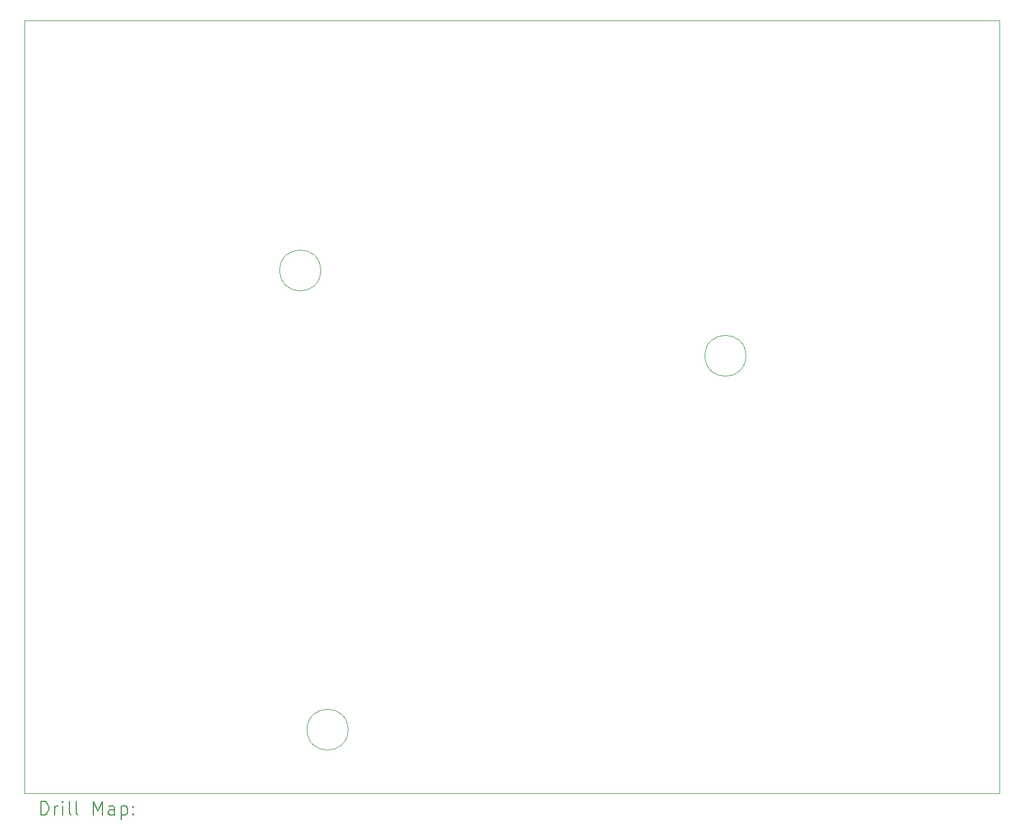
<source format=gbr>
%TF.GenerationSoftware,KiCad,Pcbnew,7.0.1-0*%
%TF.CreationDate,2023-03-16T18:26:50+00:00*%
%TF.ProjectId,tail-lights,7461696c-2d6c-4696-9768-74732e6b6963,rev?*%
%TF.SameCoordinates,Original*%
%TF.FileFunction,Drillmap*%
%TF.FilePolarity,Positive*%
%FSLAX45Y45*%
G04 Gerber Fmt 4.5, Leading zero omitted, Abs format (unit mm)*
G04 Created by KiCad (PCBNEW 7.0.1-0) date 2023-03-16 18:26:50*
%MOMM*%
%LPD*%
G01*
G04 APERTURE LIST*
%ADD10C,0.100000*%
%ADD11C,0.200000*%
G04 APERTURE END LIST*
D10*
X2709400Y-14182800D02*
X17209400Y-14182800D01*
X7518400Y-13233400D02*
G75*
G03*
X7518400Y-13233400I-304800J0D01*
G01*
X7112000Y-6400800D02*
G75*
G03*
X7112000Y-6400800I-304800J0D01*
G01*
X13436600Y-7670800D02*
G75*
G03*
X13436600Y-7670800I-304800J0D01*
G01*
X2709400Y-2682800D02*
X2709400Y-14182800D01*
X2709400Y-2682800D02*
X17209400Y-2682800D01*
X17209400Y-2682800D02*
X17209400Y-14182800D01*
D11*
X2952019Y-14500324D02*
X2952019Y-14300324D01*
X2952019Y-14300324D02*
X2999638Y-14300324D01*
X2999638Y-14300324D02*
X3028209Y-14309848D01*
X3028209Y-14309848D02*
X3047257Y-14328895D01*
X3047257Y-14328895D02*
X3056781Y-14347943D01*
X3056781Y-14347943D02*
X3066305Y-14386038D01*
X3066305Y-14386038D02*
X3066305Y-14414609D01*
X3066305Y-14414609D02*
X3056781Y-14452705D01*
X3056781Y-14452705D02*
X3047257Y-14471752D01*
X3047257Y-14471752D02*
X3028209Y-14490800D01*
X3028209Y-14490800D02*
X2999638Y-14500324D01*
X2999638Y-14500324D02*
X2952019Y-14500324D01*
X3152019Y-14500324D02*
X3152019Y-14366990D01*
X3152019Y-14405086D02*
X3161543Y-14386038D01*
X3161543Y-14386038D02*
X3171067Y-14376514D01*
X3171067Y-14376514D02*
X3190114Y-14366990D01*
X3190114Y-14366990D02*
X3209162Y-14366990D01*
X3275828Y-14500324D02*
X3275828Y-14366990D01*
X3275828Y-14300324D02*
X3266305Y-14309848D01*
X3266305Y-14309848D02*
X3275828Y-14319371D01*
X3275828Y-14319371D02*
X3285352Y-14309848D01*
X3285352Y-14309848D02*
X3275828Y-14300324D01*
X3275828Y-14300324D02*
X3275828Y-14319371D01*
X3399638Y-14500324D02*
X3380590Y-14490800D01*
X3380590Y-14490800D02*
X3371067Y-14471752D01*
X3371067Y-14471752D02*
X3371067Y-14300324D01*
X3504400Y-14500324D02*
X3485352Y-14490800D01*
X3485352Y-14490800D02*
X3475828Y-14471752D01*
X3475828Y-14471752D02*
X3475828Y-14300324D01*
X3732971Y-14500324D02*
X3732971Y-14300324D01*
X3732971Y-14300324D02*
X3799638Y-14443181D01*
X3799638Y-14443181D02*
X3866305Y-14300324D01*
X3866305Y-14300324D02*
X3866305Y-14500324D01*
X4047257Y-14500324D02*
X4047257Y-14395562D01*
X4047257Y-14395562D02*
X4037733Y-14376514D01*
X4037733Y-14376514D02*
X4018686Y-14366990D01*
X4018686Y-14366990D02*
X3980590Y-14366990D01*
X3980590Y-14366990D02*
X3961543Y-14376514D01*
X4047257Y-14490800D02*
X4028209Y-14500324D01*
X4028209Y-14500324D02*
X3980590Y-14500324D01*
X3980590Y-14500324D02*
X3961543Y-14490800D01*
X3961543Y-14490800D02*
X3952019Y-14471752D01*
X3952019Y-14471752D02*
X3952019Y-14452705D01*
X3952019Y-14452705D02*
X3961543Y-14433657D01*
X3961543Y-14433657D02*
X3980590Y-14424133D01*
X3980590Y-14424133D02*
X4028209Y-14424133D01*
X4028209Y-14424133D02*
X4047257Y-14414609D01*
X4142495Y-14366990D02*
X4142495Y-14566990D01*
X4142495Y-14376514D02*
X4161543Y-14366990D01*
X4161543Y-14366990D02*
X4199638Y-14366990D01*
X4199638Y-14366990D02*
X4218686Y-14376514D01*
X4218686Y-14376514D02*
X4228210Y-14386038D01*
X4228210Y-14386038D02*
X4237733Y-14405086D01*
X4237733Y-14405086D02*
X4237733Y-14462228D01*
X4237733Y-14462228D02*
X4228210Y-14481276D01*
X4228210Y-14481276D02*
X4218686Y-14490800D01*
X4218686Y-14490800D02*
X4199638Y-14500324D01*
X4199638Y-14500324D02*
X4161543Y-14500324D01*
X4161543Y-14500324D02*
X4142495Y-14490800D01*
X4323448Y-14481276D02*
X4332971Y-14490800D01*
X4332971Y-14490800D02*
X4323448Y-14500324D01*
X4323448Y-14500324D02*
X4313924Y-14490800D01*
X4313924Y-14490800D02*
X4323448Y-14481276D01*
X4323448Y-14481276D02*
X4323448Y-14500324D01*
X4323448Y-14376514D02*
X4332971Y-14386038D01*
X4332971Y-14386038D02*
X4323448Y-14395562D01*
X4323448Y-14395562D02*
X4313924Y-14386038D01*
X4313924Y-14386038D02*
X4323448Y-14376514D01*
X4323448Y-14376514D02*
X4323448Y-14395562D01*
M02*

</source>
